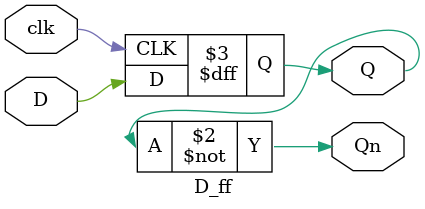
<source format=v>
module D_ff (
  input clk,  // Entrada de la señal de Reloj (Clock). Control de sincronización. 
  input D,    // Entrada de Datos (Data). El valor que se va a almacenar.
  output reg Q, // Salida Principal (Q). Declarada como 'reg' porque su valor es
                // almacenado y modificado dentro de un bloque 'always'.
  output Qn  // Salida Complementaria (Q bar). El complemento de Q.
);

//logica secuencial
always @(posedge clk) begin
  // Este bloque 'always' define la lógica secuencial del Flip-Flop.
  // Solo se ejecuta en el flanco POSITIVO (posedge) de la señal clk.
  
  Q <= D;  // Asignación No Bloqueante (<=): Transfiere el valor de D a Q.
           // Esto define la función de retención y actualización del D-FF.
end

assign Qn = ~Q; // asignacion de la salida negada de Q
endmodule 
  

</source>
